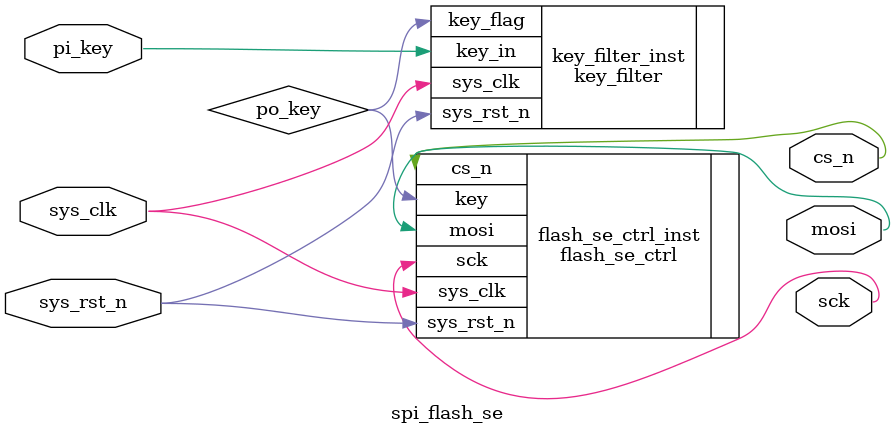
<source format=v>
`timescale  1ns/1ns

module  spi_flash_se
(
    input   wire    sys_clk     ,   //系统时钟，频率50MHz
    input   wire    sys_rst_n   ,   //复位信号,低电平有效
    input   wire    pi_key      ,   //按键输入信号

    output  wire    cs_n        ,   //片选信号
    output  wire    sck         ,   //串行时钟
    output  wire    mosi            //主输出从输入数据
);

//********************************************************************//
//****************** Parameter and Internal Signal *******************//
//********************************************************************//
//parameter define
parameter   CNT_MAX =   20'd999_999;    //计数器计数最大值

//wire  define
wire    po_key  ;

//********************************************************************//
//*************************** Instantiation **************************//
//********************************************************************//
//------------- key_filter_inst -------------
key_filter
#(
    .CNT_MAX    (CNT_MAX    )   //计数器计数最大值
)
key_filter_inst
(
    .sys_clk    (sys_clk    ),  //系统时钟，频率50MHz
    .sys_rst_n  (sys_rst_n  ),  //复位信号,低电平有效
    .key_in     (pi_key     ),  //按键输入信号

    .key_flag   (po_key     )   //消抖后信号
);

//------------- flash_se_ctrl_inst -------------
flash_se_ctrl  flash_se_ctrl_inst
(
    .sys_clk    (sys_clk    ),  //系统时钟，频率50MHz
    .sys_rst_n  (sys_rst_n  ),  //复位信号,低电平有效
    .key        (po_key     ),  //按键输入信号

    .sck        (sck        ),  //片选信号
    .cs_n       (cs_n       ),  //串行时钟
    .mosi       (mosi       )   //主输出从输入数据
);

endmodule

</source>
